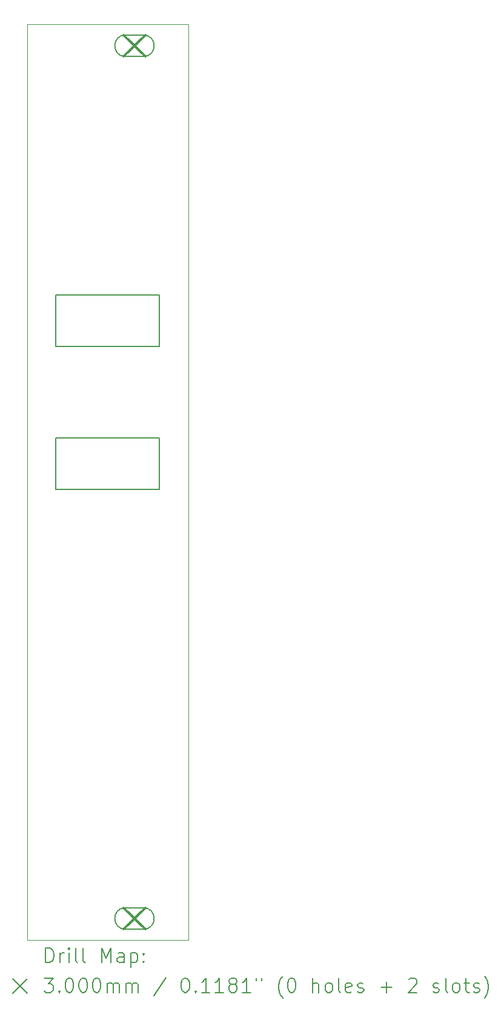
<source format=gbr>
%TF.GenerationSoftware,KiCad,Pcbnew,7.0.7-7.0.7~ubuntu22.04.1*%
%TF.CreationDate,2023-10-15T17:30:04+01:00*%
%TF.ProjectId,USB_distri,5553425f-6469-4737-9472-692e6b696361,rev?*%
%TF.SameCoordinates,Original*%
%TF.FileFunction,Drillmap*%
%TF.FilePolarity,Positive*%
%FSLAX45Y45*%
G04 Gerber Fmt 4.5, Leading zero omitted, Abs format (unit mm)*
G04 Created by KiCad (PCBNEW 7.0.7-7.0.7~ubuntu22.04.1) date 2023-10-15 17:30:04*
%MOMM*%
%LPD*%
G01*
G04 APERTURE LIST*
%ADD10C,0.050000*%
%ADD11C,0.150000*%
%ADD12C,0.200000*%
%ADD13C,0.300000*%
G04 APERTURE END LIST*
D10*
X8950000Y-2200000D02*
X11200000Y-2200000D01*
X11200000Y-2200000D02*
X11200000Y-15000000D01*
X11200000Y-15000000D02*
X8950000Y-15000000D01*
X8950000Y-2200000D02*
X8950000Y-15000000D01*
D11*
X9350000Y-5980000D02*
X10800000Y-5980000D01*
X10800000Y-6700000D01*
X9350000Y-6700000D01*
X9350000Y-5980000D01*
X9350000Y-7980000D02*
X10800000Y-7980000D01*
X10800000Y-8700000D01*
X9350000Y-8700000D01*
X9350000Y-7980000D01*
D12*
D13*
X10300000Y-2350000D02*
X10600000Y-2650000D01*
X10600000Y-2350000D02*
X10300000Y-2650000D01*
D12*
X10325000Y-2650000D02*
X10575000Y-2650000D01*
X10575000Y-2650000D02*
G75*
G03*
X10575000Y-2350000I0J150000D01*
G01*
X10575000Y-2350000D02*
X10325000Y-2350000D01*
X10325000Y-2350000D02*
G75*
G03*
X10325000Y-2650000I0J-150000D01*
G01*
D13*
X10300000Y-14550000D02*
X10600000Y-14850000D01*
X10600000Y-14550000D02*
X10300000Y-14850000D01*
D12*
X10325000Y-14850000D02*
X10575000Y-14850000D01*
X10575000Y-14850000D02*
G75*
G03*
X10575000Y-14550000I0J150000D01*
G01*
X10575000Y-14550000D02*
X10325000Y-14550000D01*
X10325000Y-14550000D02*
G75*
G03*
X10325000Y-14850000I0J-150000D01*
G01*
X9208277Y-15313984D02*
X9208277Y-15113984D01*
X9208277Y-15113984D02*
X9255896Y-15113984D01*
X9255896Y-15113984D02*
X9284467Y-15123508D01*
X9284467Y-15123508D02*
X9303515Y-15142555D01*
X9303515Y-15142555D02*
X9313039Y-15161603D01*
X9313039Y-15161603D02*
X9322563Y-15199698D01*
X9322563Y-15199698D02*
X9322563Y-15228269D01*
X9322563Y-15228269D02*
X9313039Y-15266365D01*
X9313039Y-15266365D02*
X9303515Y-15285412D01*
X9303515Y-15285412D02*
X9284467Y-15304460D01*
X9284467Y-15304460D02*
X9255896Y-15313984D01*
X9255896Y-15313984D02*
X9208277Y-15313984D01*
X9408277Y-15313984D02*
X9408277Y-15180650D01*
X9408277Y-15218746D02*
X9417801Y-15199698D01*
X9417801Y-15199698D02*
X9427324Y-15190174D01*
X9427324Y-15190174D02*
X9446372Y-15180650D01*
X9446372Y-15180650D02*
X9465420Y-15180650D01*
X9532086Y-15313984D02*
X9532086Y-15180650D01*
X9532086Y-15113984D02*
X9522563Y-15123508D01*
X9522563Y-15123508D02*
X9532086Y-15133031D01*
X9532086Y-15133031D02*
X9541610Y-15123508D01*
X9541610Y-15123508D02*
X9532086Y-15113984D01*
X9532086Y-15113984D02*
X9532086Y-15133031D01*
X9655896Y-15313984D02*
X9636848Y-15304460D01*
X9636848Y-15304460D02*
X9627324Y-15285412D01*
X9627324Y-15285412D02*
X9627324Y-15113984D01*
X9760658Y-15313984D02*
X9741610Y-15304460D01*
X9741610Y-15304460D02*
X9732086Y-15285412D01*
X9732086Y-15285412D02*
X9732086Y-15113984D01*
X9989229Y-15313984D02*
X9989229Y-15113984D01*
X9989229Y-15113984D02*
X10055896Y-15256841D01*
X10055896Y-15256841D02*
X10122563Y-15113984D01*
X10122563Y-15113984D02*
X10122563Y-15313984D01*
X10303515Y-15313984D02*
X10303515Y-15209222D01*
X10303515Y-15209222D02*
X10293991Y-15190174D01*
X10293991Y-15190174D02*
X10274944Y-15180650D01*
X10274944Y-15180650D02*
X10236848Y-15180650D01*
X10236848Y-15180650D02*
X10217801Y-15190174D01*
X10303515Y-15304460D02*
X10284467Y-15313984D01*
X10284467Y-15313984D02*
X10236848Y-15313984D01*
X10236848Y-15313984D02*
X10217801Y-15304460D01*
X10217801Y-15304460D02*
X10208277Y-15285412D01*
X10208277Y-15285412D02*
X10208277Y-15266365D01*
X10208277Y-15266365D02*
X10217801Y-15247317D01*
X10217801Y-15247317D02*
X10236848Y-15237793D01*
X10236848Y-15237793D02*
X10284467Y-15237793D01*
X10284467Y-15237793D02*
X10303515Y-15228269D01*
X10398753Y-15180650D02*
X10398753Y-15380650D01*
X10398753Y-15190174D02*
X10417801Y-15180650D01*
X10417801Y-15180650D02*
X10455896Y-15180650D01*
X10455896Y-15180650D02*
X10474944Y-15190174D01*
X10474944Y-15190174D02*
X10484467Y-15199698D01*
X10484467Y-15199698D02*
X10493991Y-15218746D01*
X10493991Y-15218746D02*
X10493991Y-15275888D01*
X10493991Y-15275888D02*
X10484467Y-15294936D01*
X10484467Y-15294936D02*
X10474944Y-15304460D01*
X10474944Y-15304460D02*
X10455896Y-15313984D01*
X10455896Y-15313984D02*
X10417801Y-15313984D01*
X10417801Y-15313984D02*
X10398753Y-15304460D01*
X10579705Y-15294936D02*
X10589229Y-15304460D01*
X10589229Y-15304460D02*
X10579705Y-15313984D01*
X10579705Y-15313984D02*
X10570182Y-15304460D01*
X10570182Y-15304460D02*
X10579705Y-15294936D01*
X10579705Y-15294936D02*
X10579705Y-15313984D01*
X10579705Y-15190174D02*
X10589229Y-15199698D01*
X10589229Y-15199698D02*
X10579705Y-15209222D01*
X10579705Y-15209222D02*
X10570182Y-15199698D01*
X10570182Y-15199698D02*
X10579705Y-15190174D01*
X10579705Y-15190174D02*
X10579705Y-15209222D01*
X8747500Y-15542500D02*
X8947500Y-15742500D01*
X8947500Y-15542500D02*
X8747500Y-15742500D01*
X9189229Y-15533984D02*
X9313039Y-15533984D01*
X9313039Y-15533984D02*
X9246372Y-15610174D01*
X9246372Y-15610174D02*
X9274944Y-15610174D01*
X9274944Y-15610174D02*
X9293991Y-15619698D01*
X9293991Y-15619698D02*
X9303515Y-15629222D01*
X9303515Y-15629222D02*
X9313039Y-15648269D01*
X9313039Y-15648269D02*
X9313039Y-15695888D01*
X9313039Y-15695888D02*
X9303515Y-15714936D01*
X9303515Y-15714936D02*
X9293991Y-15724460D01*
X9293991Y-15724460D02*
X9274944Y-15733984D01*
X9274944Y-15733984D02*
X9217801Y-15733984D01*
X9217801Y-15733984D02*
X9198753Y-15724460D01*
X9198753Y-15724460D02*
X9189229Y-15714936D01*
X9398753Y-15714936D02*
X9408277Y-15724460D01*
X9408277Y-15724460D02*
X9398753Y-15733984D01*
X9398753Y-15733984D02*
X9389229Y-15724460D01*
X9389229Y-15724460D02*
X9398753Y-15714936D01*
X9398753Y-15714936D02*
X9398753Y-15733984D01*
X9532086Y-15533984D02*
X9551134Y-15533984D01*
X9551134Y-15533984D02*
X9570182Y-15543508D01*
X9570182Y-15543508D02*
X9579705Y-15553031D01*
X9579705Y-15553031D02*
X9589229Y-15572079D01*
X9589229Y-15572079D02*
X9598753Y-15610174D01*
X9598753Y-15610174D02*
X9598753Y-15657793D01*
X9598753Y-15657793D02*
X9589229Y-15695888D01*
X9589229Y-15695888D02*
X9579705Y-15714936D01*
X9579705Y-15714936D02*
X9570182Y-15724460D01*
X9570182Y-15724460D02*
X9551134Y-15733984D01*
X9551134Y-15733984D02*
X9532086Y-15733984D01*
X9532086Y-15733984D02*
X9513039Y-15724460D01*
X9513039Y-15724460D02*
X9503515Y-15714936D01*
X9503515Y-15714936D02*
X9493991Y-15695888D01*
X9493991Y-15695888D02*
X9484467Y-15657793D01*
X9484467Y-15657793D02*
X9484467Y-15610174D01*
X9484467Y-15610174D02*
X9493991Y-15572079D01*
X9493991Y-15572079D02*
X9503515Y-15553031D01*
X9503515Y-15553031D02*
X9513039Y-15543508D01*
X9513039Y-15543508D02*
X9532086Y-15533984D01*
X9722563Y-15533984D02*
X9741610Y-15533984D01*
X9741610Y-15533984D02*
X9760658Y-15543508D01*
X9760658Y-15543508D02*
X9770182Y-15553031D01*
X9770182Y-15553031D02*
X9779705Y-15572079D01*
X9779705Y-15572079D02*
X9789229Y-15610174D01*
X9789229Y-15610174D02*
X9789229Y-15657793D01*
X9789229Y-15657793D02*
X9779705Y-15695888D01*
X9779705Y-15695888D02*
X9770182Y-15714936D01*
X9770182Y-15714936D02*
X9760658Y-15724460D01*
X9760658Y-15724460D02*
X9741610Y-15733984D01*
X9741610Y-15733984D02*
X9722563Y-15733984D01*
X9722563Y-15733984D02*
X9703515Y-15724460D01*
X9703515Y-15724460D02*
X9693991Y-15714936D01*
X9693991Y-15714936D02*
X9684467Y-15695888D01*
X9684467Y-15695888D02*
X9674944Y-15657793D01*
X9674944Y-15657793D02*
X9674944Y-15610174D01*
X9674944Y-15610174D02*
X9684467Y-15572079D01*
X9684467Y-15572079D02*
X9693991Y-15553031D01*
X9693991Y-15553031D02*
X9703515Y-15543508D01*
X9703515Y-15543508D02*
X9722563Y-15533984D01*
X9913039Y-15533984D02*
X9932086Y-15533984D01*
X9932086Y-15533984D02*
X9951134Y-15543508D01*
X9951134Y-15543508D02*
X9960658Y-15553031D01*
X9960658Y-15553031D02*
X9970182Y-15572079D01*
X9970182Y-15572079D02*
X9979705Y-15610174D01*
X9979705Y-15610174D02*
X9979705Y-15657793D01*
X9979705Y-15657793D02*
X9970182Y-15695888D01*
X9970182Y-15695888D02*
X9960658Y-15714936D01*
X9960658Y-15714936D02*
X9951134Y-15724460D01*
X9951134Y-15724460D02*
X9932086Y-15733984D01*
X9932086Y-15733984D02*
X9913039Y-15733984D01*
X9913039Y-15733984D02*
X9893991Y-15724460D01*
X9893991Y-15724460D02*
X9884467Y-15714936D01*
X9884467Y-15714936D02*
X9874944Y-15695888D01*
X9874944Y-15695888D02*
X9865420Y-15657793D01*
X9865420Y-15657793D02*
X9865420Y-15610174D01*
X9865420Y-15610174D02*
X9874944Y-15572079D01*
X9874944Y-15572079D02*
X9884467Y-15553031D01*
X9884467Y-15553031D02*
X9893991Y-15543508D01*
X9893991Y-15543508D02*
X9913039Y-15533984D01*
X10065420Y-15733984D02*
X10065420Y-15600650D01*
X10065420Y-15619698D02*
X10074944Y-15610174D01*
X10074944Y-15610174D02*
X10093991Y-15600650D01*
X10093991Y-15600650D02*
X10122563Y-15600650D01*
X10122563Y-15600650D02*
X10141610Y-15610174D01*
X10141610Y-15610174D02*
X10151134Y-15629222D01*
X10151134Y-15629222D02*
X10151134Y-15733984D01*
X10151134Y-15629222D02*
X10160658Y-15610174D01*
X10160658Y-15610174D02*
X10179705Y-15600650D01*
X10179705Y-15600650D02*
X10208277Y-15600650D01*
X10208277Y-15600650D02*
X10227325Y-15610174D01*
X10227325Y-15610174D02*
X10236848Y-15629222D01*
X10236848Y-15629222D02*
X10236848Y-15733984D01*
X10332086Y-15733984D02*
X10332086Y-15600650D01*
X10332086Y-15619698D02*
X10341610Y-15610174D01*
X10341610Y-15610174D02*
X10360658Y-15600650D01*
X10360658Y-15600650D02*
X10389229Y-15600650D01*
X10389229Y-15600650D02*
X10408277Y-15610174D01*
X10408277Y-15610174D02*
X10417801Y-15629222D01*
X10417801Y-15629222D02*
X10417801Y-15733984D01*
X10417801Y-15629222D02*
X10427325Y-15610174D01*
X10427325Y-15610174D02*
X10446372Y-15600650D01*
X10446372Y-15600650D02*
X10474944Y-15600650D01*
X10474944Y-15600650D02*
X10493991Y-15610174D01*
X10493991Y-15610174D02*
X10503515Y-15629222D01*
X10503515Y-15629222D02*
X10503515Y-15733984D01*
X10893991Y-15524460D02*
X10722563Y-15781603D01*
X11151134Y-15533984D02*
X11170182Y-15533984D01*
X11170182Y-15533984D02*
X11189229Y-15543508D01*
X11189229Y-15543508D02*
X11198753Y-15553031D01*
X11198753Y-15553031D02*
X11208277Y-15572079D01*
X11208277Y-15572079D02*
X11217801Y-15610174D01*
X11217801Y-15610174D02*
X11217801Y-15657793D01*
X11217801Y-15657793D02*
X11208277Y-15695888D01*
X11208277Y-15695888D02*
X11198753Y-15714936D01*
X11198753Y-15714936D02*
X11189229Y-15724460D01*
X11189229Y-15724460D02*
X11170182Y-15733984D01*
X11170182Y-15733984D02*
X11151134Y-15733984D01*
X11151134Y-15733984D02*
X11132087Y-15724460D01*
X11132087Y-15724460D02*
X11122563Y-15714936D01*
X11122563Y-15714936D02*
X11113039Y-15695888D01*
X11113039Y-15695888D02*
X11103515Y-15657793D01*
X11103515Y-15657793D02*
X11103515Y-15610174D01*
X11103515Y-15610174D02*
X11113039Y-15572079D01*
X11113039Y-15572079D02*
X11122563Y-15553031D01*
X11122563Y-15553031D02*
X11132087Y-15543508D01*
X11132087Y-15543508D02*
X11151134Y-15533984D01*
X11303515Y-15714936D02*
X11313039Y-15724460D01*
X11313039Y-15724460D02*
X11303515Y-15733984D01*
X11303515Y-15733984D02*
X11293991Y-15724460D01*
X11293991Y-15724460D02*
X11303515Y-15714936D01*
X11303515Y-15714936D02*
X11303515Y-15733984D01*
X11503515Y-15733984D02*
X11389229Y-15733984D01*
X11446372Y-15733984D02*
X11446372Y-15533984D01*
X11446372Y-15533984D02*
X11427325Y-15562555D01*
X11427325Y-15562555D02*
X11408277Y-15581603D01*
X11408277Y-15581603D02*
X11389229Y-15591127D01*
X11693991Y-15733984D02*
X11579706Y-15733984D01*
X11636848Y-15733984D02*
X11636848Y-15533984D01*
X11636848Y-15533984D02*
X11617801Y-15562555D01*
X11617801Y-15562555D02*
X11598753Y-15581603D01*
X11598753Y-15581603D02*
X11579706Y-15591127D01*
X11808277Y-15619698D02*
X11789229Y-15610174D01*
X11789229Y-15610174D02*
X11779706Y-15600650D01*
X11779706Y-15600650D02*
X11770182Y-15581603D01*
X11770182Y-15581603D02*
X11770182Y-15572079D01*
X11770182Y-15572079D02*
X11779706Y-15553031D01*
X11779706Y-15553031D02*
X11789229Y-15543508D01*
X11789229Y-15543508D02*
X11808277Y-15533984D01*
X11808277Y-15533984D02*
X11846372Y-15533984D01*
X11846372Y-15533984D02*
X11865420Y-15543508D01*
X11865420Y-15543508D02*
X11874944Y-15553031D01*
X11874944Y-15553031D02*
X11884467Y-15572079D01*
X11884467Y-15572079D02*
X11884467Y-15581603D01*
X11884467Y-15581603D02*
X11874944Y-15600650D01*
X11874944Y-15600650D02*
X11865420Y-15610174D01*
X11865420Y-15610174D02*
X11846372Y-15619698D01*
X11846372Y-15619698D02*
X11808277Y-15619698D01*
X11808277Y-15619698D02*
X11789229Y-15629222D01*
X11789229Y-15629222D02*
X11779706Y-15638746D01*
X11779706Y-15638746D02*
X11770182Y-15657793D01*
X11770182Y-15657793D02*
X11770182Y-15695888D01*
X11770182Y-15695888D02*
X11779706Y-15714936D01*
X11779706Y-15714936D02*
X11789229Y-15724460D01*
X11789229Y-15724460D02*
X11808277Y-15733984D01*
X11808277Y-15733984D02*
X11846372Y-15733984D01*
X11846372Y-15733984D02*
X11865420Y-15724460D01*
X11865420Y-15724460D02*
X11874944Y-15714936D01*
X11874944Y-15714936D02*
X11884467Y-15695888D01*
X11884467Y-15695888D02*
X11884467Y-15657793D01*
X11884467Y-15657793D02*
X11874944Y-15638746D01*
X11874944Y-15638746D02*
X11865420Y-15629222D01*
X11865420Y-15629222D02*
X11846372Y-15619698D01*
X12074944Y-15733984D02*
X11960658Y-15733984D01*
X12017801Y-15733984D02*
X12017801Y-15533984D01*
X12017801Y-15533984D02*
X11998753Y-15562555D01*
X11998753Y-15562555D02*
X11979706Y-15581603D01*
X11979706Y-15581603D02*
X11960658Y-15591127D01*
X12151134Y-15533984D02*
X12151134Y-15572079D01*
X12227325Y-15533984D02*
X12227325Y-15572079D01*
X12522563Y-15810174D02*
X12513039Y-15800650D01*
X12513039Y-15800650D02*
X12493991Y-15772079D01*
X12493991Y-15772079D02*
X12484468Y-15753031D01*
X12484468Y-15753031D02*
X12474944Y-15724460D01*
X12474944Y-15724460D02*
X12465420Y-15676841D01*
X12465420Y-15676841D02*
X12465420Y-15638746D01*
X12465420Y-15638746D02*
X12474944Y-15591127D01*
X12474944Y-15591127D02*
X12484468Y-15562555D01*
X12484468Y-15562555D02*
X12493991Y-15543508D01*
X12493991Y-15543508D02*
X12513039Y-15514936D01*
X12513039Y-15514936D02*
X12522563Y-15505412D01*
X12636848Y-15533984D02*
X12655896Y-15533984D01*
X12655896Y-15533984D02*
X12674944Y-15543508D01*
X12674944Y-15543508D02*
X12684468Y-15553031D01*
X12684468Y-15553031D02*
X12693991Y-15572079D01*
X12693991Y-15572079D02*
X12703515Y-15610174D01*
X12703515Y-15610174D02*
X12703515Y-15657793D01*
X12703515Y-15657793D02*
X12693991Y-15695888D01*
X12693991Y-15695888D02*
X12684468Y-15714936D01*
X12684468Y-15714936D02*
X12674944Y-15724460D01*
X12674944Y-15724460D02*
X12655896Y-15733984D01*
X12655896Y-15733984D02*
X12636848Y-15733984D01*
X12636848Y-15733984D02*
X12617801Y-15724460D01*
X12617801Y-15724460D02*
X12608277Y-15714936D01*
X12608277Y-15714936D02*
X12598753Y-15695888D01*
X12598753Y-15695888D02*
X12589229Y-15657793D01*
X12589229Y-15657793D02*
X12589229Y-15610174D01*
X12589229Y-15610174D02*
X12598753Y-15572079D01*
X12598753Y-15572079D02*
X12608277Y-15553031D01*
X12608277Y-15553031D02*
X12617801Y-15543508D01*
X12617801Y-15543508D02*
X12636848Y-15533984D01*
X12941610Y-15733984D02*
X12941610Y-15533984D01*
X13027325Y-15733984D02*
X13027325Y-15629222D01*
X13027325Y-15629222D02*
X13017801Y-15610174D01*
X13017801Y-15610174D02*
X12998753Y-15600650D01*
X12998753Y-15600650D02*
X12970182Y-15600650D01*
X12970182Y-15600650D02*
X12951134Y-15610174D01*
X12951134Y-15610174D02*
X12941610Y-15619698D01*
X13151134Y-15733984D02*
X13132087Y-15724460D01*
X13132087Y-15724460D02*
X13122563Y-15714936D01*
X13122563Y-15714936D02*
X13113039Y-15695888D01*
X13113039Y-15695888D02*
X13113039Y-15638746D01*
X13113039Y-15638746D02*
X13122563Y-15619698D01*
X13122563Y-15619698D02*
X13132087Y-15610174D01*
X13132087Y-15610174D02*
X13151134Y-15600650D01*
X13151134Y-15600650D02*
X13179706Y-15600650D01*
X13179706Y-15600650D02*
X13198753Y-15610174D01*
X13198753Y-15610174D02*
X13208277Y-15619698D01*
X13208277Y-15619698D02*
X13217801Y-15638746D01*
X13217801Y-15638746D02*
X13217801Y-15695888D01*
X13217801Y-15695888D02*
X13208277Y-15714936D01*
X13208277Y-15714936D02*
X13198753Y-15724460D01*
X13198753Y-15724460D02*
X13179706Y-15733984D01*
X13179706Y-15733984D02*
X13151134Y-15733984D01*
X13332087Y-15733984D02*
X13313039Y-15724460D01*
X13313039Y-15724460D02*
X13303515Y-15705412D01*
X13303515Y-15705412D02*
X13303515Y-15533984D01*
X13484468Y-15724460D02*
X13465420Y-15733984D01*
X13465420Y-15733984D02*
X13427325Y-15733984D01*
X13427325Y-15733984D02*
X13408277Y-15724460D01*
X13408277Y-15724460D02*
X13398753Y-15705412D01*
X13398753Y-15705412D02*
X13398753Y-15629222D01*
X13398753Y-15629222D02*
X13408277Y-15610174D01*
X13408277Y-15610174D02*
X13427325Y-15600650D01*
X13427325Y-15600650D02*
X13465420Y-15600650D01*
X13465420Y-15600650D02*
X13484468Y-15610174D01*
X13484468Y-15610174D02*
X13493991Y-15629222D01*
X13493991Y-15629222D02*
X13493991Y-15648269D01*
X13493991Y-15648269D02*
X13398753Y-15667317D01*
X13570182Y-15724460D02*
X13589230Y-15733984D01*
X13589230Y-15733984D02*
X13627325Y-15733984D01*
X13627325Y-15733984D02*
X13646372Y-15724460D01*
X13646372Y-15724460D02*
X13655896Y-15705412D01*
X13655896Y-15705412D02*
X13655896Y-15695888D01*
X13655896Y-15695888D02*
X13646372Y-15676841D01*
X13646372Y-15676841D02*
X13627325Y-15667317D01*
X13627325Y-15667317D02*
X13598753Y-15667317D01*
X13598753Y-15667317D02*
X13579706Y-15657793D01*
X13579706Y-15657793D02*
X13570182Y-15638746D01*
X13570182Y-15638746D02*
X13570182Y-15629222D01*
X13570182Y-15629222D02*
X13579706Y-15610174D01*
X13579706Y-15610174D02*
X13598753Y-15600650D01*
X13598753Y-15600650D02*
X13627325Y-15600650D01*
X13627325Y-15600650D02*
X13646372Y-15610174D01*
X13893992Y-15657793D02*
X14046373Y-15657793D01*
X13970182Y-15733984D02*
X13970182Y-15581603D01*
X14284468Y-15553031D02*
X14293992Y-15543508D01*
X14293992Y-15543508D02*
X14313039Y-15533984D01*
X14313039Y-15533984D02*
X14360658Y-15533984D01*
X14360658Y-15533984D02*
X14379706Y-15543508D01*
X14379706Y-15543508D02*
X14389230Y-15553031D01*
X14389230Y-15553031D02*
X14398753Y-15572079D01*
X14398753Y-15572079D02*
X14398753Y-15591127D01*
X14398753Y-15591127D02*
X14389230Y-15619698D01*
X14389230Y-15619698D02*
X14274944Y-15733984D01*
X14274944Y-15733984D02*
X14398753Y-15733984D01*
X14627325Y-15724460D02*
X14646373Y-15733984D01*
X14646373Y-15733984D02*
X14684468Y-15733984D01*
X14684468Y-15733984D02*
X14703515Y-15724460D01*
X14703515Y-15724460D02*
X14713039Y-15705412D01*
X14713039Y-15705412D02*
X14713039Y-15695888D01*
X14713039Y-15695888D02*
X14703515Y-15676841D01*
X14703515Y-15676841D02*
X14684468Y-15667317D01*
X14684468Y-15667317D02*
X14655896Y-15667317D01*
X14655896Y-15667317D02*
X14636849Y-15657793D01*
X14636849Y-15657793D02*
X14627325Y-15638746D01*
X14627325Y-15638746D02*
X14627325Y-15629222D01*
X14627325Y-15629222D02*
X14636849Y-15610174D01*
X14636849Y-15610174D02*
X14655896Y-15600650D01*
X14655896Y-15600650D02*
X14684468Y-15600650D01*
X14684468Y-15600650D02*
X14703515Y-15610174D01*
X14827325Y-15733984D02*
X14808277Y-15724460D01*
X14808277Y-15724460D02*
X14798754Y-15705412D01*
X14798754Y-15705412D02*
X14798754Y-15533984D01*
X14932087Y-15733984D02*
X14913039Y-15724460D01*
X14913039Y-15724460D02*
X14903515Y-15714936D01*
X14903515Y-15714936D02*
X14893992Y-15695888D01*
X14893992Y-15695888D02*
X14893992Y-15638746D01*
X14893992Y-15638746D02*
X14903515Y-15619698D01*
X14903515Y-15619698D02*
X14913039Y-15610174D01*
X14913039Y-15610174D02*
X14932087Y-15600650D01*
X14932087Y-15600650D02*
X14960658Y-15600650D01*
X14960658Y-15600650D02*
X14979706Y-15610174D01*
X14979706Y-15610174D02*
X14989230Y-15619698D01*
X14989230Y-15619698D02*
X14998754Y-15638746D01*
X14998754Y-15638746D02*
X14998754Y-15695888D01*
X14998754Y-15695888D02*
X14989230Y-15714936D01*
X14989230Y-15714936D02*
X14979706Y-15724460D01*
X14979706Y-15724460D02*
X14960658Y-15733984D01*
X14960658Y-15733984D02*
X14932087Y-15733984D01*
X15055896Y-15600650D02*
X15132087Y-15600650D01*
X15084468Y-15533984D02*
X15084468Y-15705412D01*
X15084468Y-15705412D02*
X15093992Y-15724460D01*
X15093992Y-15724460D02*
X15113039Y-15733984D01*
X15113039Y-15733984D02*
X15132087Y-15733984D01*
X15189230Y-15724460D02*
X15208277Y-15733984D01*
X15208277Y-15733984D02*
X15246373Y-15733984D01*
X15246373Y-15733984D02*
X15265420Y-15724460D01*
X15265420Y-15724460D02*
X15274944Y-15705412D01*
X15274944Y-15705412D02*
X15274944Y-15695888D01*
X15274944Y-15695888D02*
X15265420Y-15676841D01*
X15265420Y-15676841D02*
X15246373Y-15667317D01*
X15246373Y-15667317D02*
X15217801Y-15667317D01*
X15217801Y-15667317D02*
X15198754Y-15657793D01*
X15198754Y-15657793D02*
X15189230Y-15638746D01*
X15189230Y-15638746D02*
X15189230Y-15629222D01*
X15189230Y-15629222D02*
X15198754Y-15610174D01*
X15198754Y-15610174D02*
X15217801Y-15600650D01*
X15217801Y-15600650D02*
X15246373Y-15600650D01*
X15246373Y-15600650D02*
X15265420Y-15610174D01*
X15341611Y-15810174D02*
X15351135Y-15800650D01*
X15351135Y-15800650D02*
X15370182Y-15772079D01*
X15370182Y-15772079D02*
X15379706Y-15753031D01*
X15379706Y-15753031D02*
X15389230Y-15724460D01*
X15389230Y-15724460D02*
X15398754Y-15676841D01*
X15398754Y-15676841D02*
X15398754Y-15638746D01*
X15398754Y-15638746D02*
X15389230Y-15591127D01*
X15389230Y-15591127D02*
X15379706Y-15562555D01*
X15379706Y-15562555D02*
X15370182Y-15543508D01*
X15370182Y-15543508D02*
X15351135Y-15514936D01*
X15351135Y-15514936D02*
X15341611Y-15505412D01*
M02*

</source>
